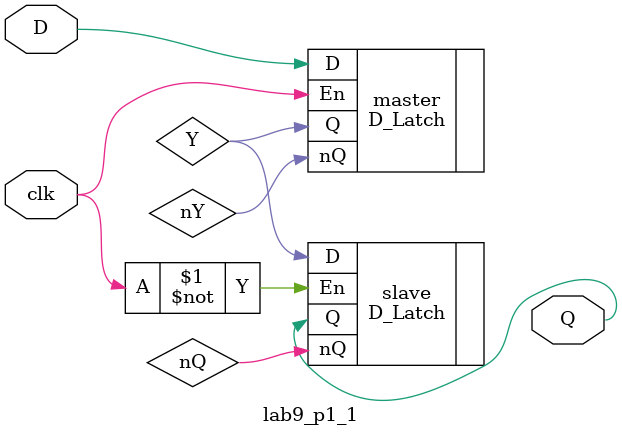
<source format=v>
`timescale 1ns / 1ps


module lab9_p1_1(
    input clk,D,
    output Q
    );
    wire Y,nY,nQ;
    D_Latch master(.En(clk), .D(D), .Q(Y), .nQ(nY));
    D_Latch slave(.En(~clk), .D(Y), .Q(Q), .nQ(nQ));
endmodule

</source>
